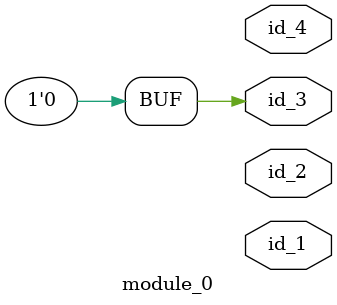
<source format=v>
module module_0 (
    id_1,
    id_2,
    id_3,
    id_4
);
  output id_4;
  output id_3;
  output id_2;
  output id_1;
  assign #(id_1, 1'd0) id_3 = "";
endmodule

</source>
